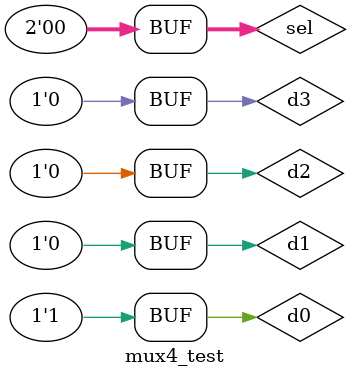
<source format=sv>
module mux4_test;

	logic d0;
	logic d1;
	logic d2;
	logic d3;
	logic [1:0] sel;
	logic z;
	
	mux4 mux4_gate (
		.d0(d0),
		.d1(d1),
		.d2(d2),
		.d3(d3),
		.sel(sel),
		.z(z)
	);
	
	initial begin
		d0 = 1;
		d1 = 0;
		d2 = 0;
		d3 = 0;
		sel[0] = 0;
		sel[1] = 0;
		
		#100
		d0 = 1;
		d1 = 0;
		d2 = 0;
		d3 = 0;
		sel[0] = 0;
		sel[1] = 1;
		
		#100
		d0 = 1;
		d1 = 0;
		d2 = 0;
		d3 = 0;
		sel[0] = 0;
		sel[1] = 0;
	end

endmodule

</source>
